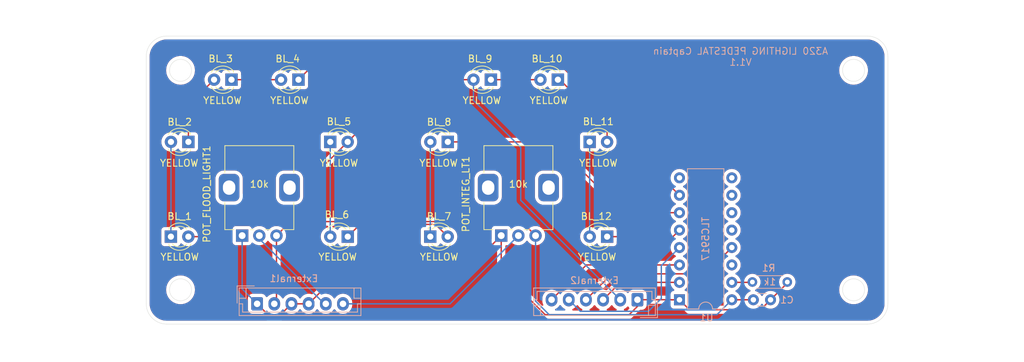
<source format=kicad_pcb>
(kicad_pcb (version 20240108) (generator "pcbnew") (generator_version "8.0")
  (title_block (title "A320 LIGHTING PEDESTAL Captain") (date "2024-11-18") (rev "V1.1") (company "S.K") (comment 1 "This panel could be connected to Radio Panel on Captain side"))
  (layers (0 "F.Cu" signal) (31 "B.Cu" signal) (34 "B.Paste" user) (35 "F.Paste" user) (36 "B.SilkS" user "B.Silkscreen") (37 "F.SilkS" user "F.Silkscreen") (38 "B.Mask" user) (39 "F.Mask" user) (44 "Edge.Cuts" user))
  (net 0 "")
  (net 1 "Net-(BL_1-K)")
  (net 2 "12V_IN")
  (net 3 "Net-(BL_2-K)")
  (net 4 "Net-(BL_11-K)")
  (net 5 "BACKLIGHT_1")
  (net 6 "BACKLIGHT_2")
  (net 7 "GND")
  (net 8 "POT_INTEG LIGHT")
  (net 9 "POT_FLOOD LIGHT")
  (net 10 "+5V")
  (net 11 "OSH_CLOCK")
  (net 12 "OSH_DOUT3")
  (net 13 "OSH_LATCH")
  (net 14 "OUT_BRT_BACK")
  (net 15 "Net-(U1-R-EXT)")
  (net 21 "Net-(BL_3-K)")
  (net 22 "Net-(BL_5-K)")
  (net 23 "Net-(BL_6-K)")
  (net 24 "Net-(BL_7-K)")
  (net 25 "Net-(BL_10-A)")
  (net 26 "Net-(BL_10-K)")
  (net 27 "BACKLIGHT_3")
  (footprint "LED_THT:LED_D3.0mm" (layer "F.Cu") (at 57.2422 54.8156 180)
    (property "Reference" "BL_2" (at 1.27 2.8956 0) (layer "F.SilkS"))
    (property "Value" "YELLOW" (at 1.3462 -3.0872 0) (layer "F.SilkS"))
    (fp_line (start -0.29 1.08) (end -0.29 1.236) (stroke (width 0.12)) (layer "F.SilkS"))
    (fp_line (start -0.29 -1.236) (end -0.29 -1.08) (stroke (width 0.12)) (layer "F.SilkS"))
    (fp_arc (start 2.941397 1.080061) (mid 1.365624 1.987701) (end -0.29 1.235516) (stroke (width 0.12)) (layer "F.SilkS"))
    (fp_arc (start 2.31091 1.080049) (mid 1.269965 1.5) (end 0.229039 1.08) (stroke (width 0.12)) (layer "F.SilkS"))
    (fp_arc (start 0.229039 -1.08) (mid 1.269965 -1.5) (end 2.31091 -1.080049) (stroke (width 0.12)) (layer "F.SilkS"))
    (fp_arc (start -0.29 -1.235516) (mid 1.365624 -1.987701) (end 2.941397 -1.080061) (stroke (width 0.12)) (layer "F.SilkS"))
    (pad "1" thru_hole rect (at 0 0 180) (size 1.8 1.8) (drill 0.9) (layers "*.Cu" "*.Mask") (net 3 "Net-(BL_2-K)"))
    (pad "2" thru_hole circle (at 2.54 0 180) (size 1.8 1.8) (drill 0.9) (layers "*.Cu" "*.Mask") (net 1 "Net-(BL_1-K)"))
  )
  (footprint "LED_THT:LED_D3.0mm" (layer "F.Cu") (at 111.0402 45.7478 180)
    (property "Reference" "BL_10" (at 1.5748 3.048 0) (layer "F.SilkS"))
    (property "Value" "YELLOW" (at 1.3208 -3.0226 0) (layer "F.SilkS"))
    (fp_line (start -0.29 1.08) (end -0.29 1.236) (stroke (width 0.12)) (layer "F.SilkS"))
    (fp_line (start -0.29 -1.236) (end -0.29 -1.08) (stroke (width 0.12)) (layer "F.SilkS"))
    (fp_arc (start 2.941397 1.080061) (mid 1.365624 1.987701) (end -0.29 1.235516) (stroke (width 0.12)) (layer "F.SilkS"))
    (fp_arc (start 2.31091 1.080049) (mid 1.269965 1.5) (end 0.229039 1.08) (stroke (width 0.12)) (layer "F.SilkS"))
    (fp_arc (start 0.229039 -1.08) (mid 1.269965 -1.5) (end 2.31091 -1.080049) (stroke (width 0.12)) (layer "F.SilkS"))
    (fp_arc (start -0.29 -1.235516) (mid 1.365624 -1.987701) (end 2.941397 -1.080061) (stroke (width 0.12)) (layer "F.SilkS"))
    (pad "1" thru_hole rect (at 0 0 180) (size 1.8 1.8) (drill 0.9) (layers "*.Cu" "*.Mask") (net 26 "Net-(BL_10-K)"))
    (pad "2" thru_hole circle (at 2.54 0 180) (size 1.8 1.8) (drill 0.9) (layers "*.Cu" "*.Mask") (net 25 "Net-(BL_10-A)"))
  )
  (footprint "Potentiometer_THT:Potentiometer_Alps_RK09K_Single_Vertical" (layer "F.Cu") (at 102.789 68.484 90)
    (property "Reference" "POT_INTEG_LT1" (at 6.05 -5.15 90) (layer "F.SilkS"))
    (property "Value" "10k" (at 7.5 2.5 180) (layer "F.SilkS"))
    (fp_line (start 13.12 -2.521) (end 13.12 7.52) (stroke (width 0.12)) (layer "F.SilkS"))
    (fp_line (start 9.184 -2.521) (end 13.12 -2.521) (stroke (width 0.12)) (layer "F.SilkS"))
    (fp_line (start 0.88 -2.521) (end 4.817 -2.521) (stroke (width 0.12)) (layer "F.SilkS"))
    (fp_line (start 0.88 -2.521) (end 0.88 -1.2) (stroke (width 0.12)) (layer "F.SilkS"))
    (fp_line (start 0.88 1.25) (end 0.88 1.63) (stroke (width 0.12)) (layer "F.SilkS"))
    (fp_line (start 0.88 3.371) (end 0.88 4.13) (stroke (width 0.12)) (layer "F.SilkS"))
    (fp_line (start 0.88 5.87) (end 0.88 7.52) (stroke (width 0.12)) (layer "F.SilkS"))
    (fp_line (start 9.184 7.52) (end 13.12 7.52) (stroke (width 0.12)) (layer "F.SilkS"))
    (fp_line (start 0.88 7.52) (end 4.817 7.52) (stroke (width 0.12)) (layer "F.SilkS"))
    (pad "1" thru_hole rect (at 0 0 90) (size 1.8 1.8) (drill 1) (layers "*.Cu" "*.Mask") (net 7 "GND"))
    (pad "2" thru_hole circle (at 0 2.5 90) (size 1.8 1.8) (drill 1) (layers "*.Cu" "*.Mask") (net 8 "POT_INTEG LIGHT"))
    (pad "3" thru_hole circle (at 0 5 90) (size 1.8 1.8) (drill 1) (layers "*.Cu" "*.Mask") (net 10 "+5V"))
    (pad "MP" thru_hole roundrect (at 7 -1.9 90) (size 4 3) (drill oval 2.1 1.8) (layers "*.Cu" "*.Mask"))
    (pad "MP" thru_hole roundrect (at 7 6.9 90) (size 4 3) (drill oval 2.1 1.8) (layers "*.Cu" "*.Mask"))
  )
  (footprint "LED_THT:LED_D3.0mm" (layer "F.Cu") (at 54.6922 68.6332)
    (property "Reference" "BL_1" (at 1.27 -2.96 0) (layer "F.SilkS"))
    (property "Value" "YELLOW" (at 1.28 2.96 0) (layer "F.SilkS"))
    (fp_line (start -0.29 -1.236) (end -0.29 -1.08) (stroke (width 0.12)) (layer "F.SilkS"))
    (fp_line (start -0.29 1.08) (end -0.29 1.236) (stroke (width 0.12)) (layer "F.SilkS"))
    (fp_arc (start -0.29 -1.235516) (mid 1.365624 -1.987701) (end 2.941397 -1.080061) (stroke (width 0.12)) (layer "F.SilkS"))
    (fp_arc (start 0.229039 -1.08) (mid 1.269965 -1.5) (end 2.31091 -1.080049) (stroke (width 0.12)) (layer "F.SilkS"))
    (fp_arc (start 2.31091 1.080049) (mid 1.269965 1.5) (end 0.229039 1.08) (stroke (width 0.12)) (layer "F.SilkS"))
    (fp_arc (start 2.941397 1.080061) (mid 1.365624 1.987701) (end -0.29 1.235516) (stroke (width 0.12)) (layer "F.SilkS"))
    (pad "1" thru_hole rect (at 0 0) (size 1.8 1.8) (drill 0.9) (layers "*.Cu" "*.Mask") (net 1 "Net-(BL_1-K)"))
    (pad "2" thru_hole circle (at 2.54 0) (size 1.8 1.8) (drill 0.9) (layers "*.Cu" "*.Mask") (net 2 "12V_IN"))
  )
  (footprint "LED_THT:LED_D3.0mm" (layer "F.Cu") (at 118.213 68.6332 180)
    (property "Reference" "BL_12" (at 1.5848 2.9602 0) (layer "F.SilkS"))
    (property "Value" "YELLOW" (at 1.4732 -2.96 0) (layer "F.SilkS"))
    (fp_line (start -0.29 1.08) (end -0.29 1.236) (stroke (width 0.12)) (layer "F.SilkS"))
    (fp_line (start -0.29 -1.236) (end -0.29 -1.08) (stroke (width 0.12)) (layer "F.SilkS"))
    (fp_arc (start 2.941397 1.080061) (mid 1.365624 1.987701) (end -0.29 1.235516) (stroke (width 0.12)) (layer "F.SilkS"))
    (fp_arc (start 2.31091 1.080049) (mid 1.269965 1.5) (end 0.229039 1.08) (stroke (width 0.12)) (layer "F.SilkS"))
    (fp_arc (start 0.229039 -1.08) (mid 1.269965 -1.5) (end 2.31091 -1.080049) (stroke (width 0.12)) (layer "F.SilkS"))
    (fp_arc (start -0.29 -1.235516) (mid 1.365624 -1.987701) (end 2.941397 -1.080061) (stroke (width 0.12)) (layer "F.SilkS"))
    (pad "1" thru_hole rect (at 0 0 180) (size 1.8 1.8) (drill 0.9) (layers "*.Cu" "*.Mask") (net 27 "BACKLIGHT_3"))
    (pad "2" thru_hole circle (at 2.54 0 180) (size 1.8 1.8) (drill 0.9) (layers "*.Cu" "*.Mask") (net 4 "Net-(BL_11-K)"))
  )
  (footprint "LED_THT:LED_D3.0mm" (layer "F.Cu") (at 73.2696 45.7478 180)
    (property "Reference" "BL_4" (at 1.5748 3.048 0) (layer "F.SilkS"))
    (property "Value" "YELLOW" (at 1.3208 -3.0226 0) (layer "F.SilkS"))
    (fp_line (start -0.29 1.08) (end -0.29 1.236) (stroke (width 0.12)) (layer "F.SilkS"))
    (fp_line (start -0.29 -1.236) (end -0.29 -1.08) (stroke (width 0.12)) (layer "F.SilkS"))
    (fp_arc (start 2.941397 1.080061) (mid 1.365624 1.987701) (end -0.29 1.235516) (stroke (width 0.12)) (layer "F.SilkS"))
    (fp_arc (start 2.31091 1.080049) (mid 1.269965 1.5) (end 0.229039 1.08) (stroke (width 0.12)) (layer "F.SilkS"))
    (fp_arc (start 0.229039 -1.08) (mid 1.269965 -1.5) (end 2.31091 -1.080049) (stroke (width 0.12)) (layer "F.SilkS"))
    (fp_arc (start -0.29 -1.235516) (mid 1.365624 -1.987701) (end 2.941397 -1.080061) (stroke (width 0.12)) (layer "F.SilkS"))
    (pad "1" thru_hole rect (at 0 0 180) (size 1.8 1.8) (drill 0.9) (layers "*.Cu" "*.Mask") (net 5 "BACKLIGHT_1"))
    (pad "2" thru_hole circle (at 2.54 0 180) (size 1.8 1.8) (drill 0.9) (layers "*.Cu" "*.Mask") (net 21 "Net-(BL_3-K)"))
  )
  (footprint "Potentiometer_THT:Potentiometer_Alps_RK09K_Single_Vertical" (layer "F.Cu") (at 65.0673 68.484 90)
    (property "Reference" "POT_FLOOD_LIGHT1" (at 6.05 -5.15 90) (layer "F.SilkS"))
    (property "Value" "10k" (at 7.5 2.5 180) (layer "F.SilkS"))
    (fp_line (start 13.12 -2.521) (end 13.12 7.52) (stroke (width 0.12)) (layer "F.SilkS"))
    (fp_line (start 9.184 -2.521) (end 13.12 -2.521) (stroke (width 0.12)) (layer "F.SilkS"))
    (fp_line (start 0.88 -2.521) (end 4.817 -2.521) (stroke (width 0.12)) (layer "F.SilkS"))
    (fp_line (start 0.88 -2.521) (end 0.88 -1.2) (stroke (width 0.12)) (layer "F.SilkS"))
    (fp_line (start 0.88 1.25) (end 0.88 1.63) (stroke (width 0.12)) (layer "F.SilkS"))
    (fp_line (start 0.88 3.371) (end 0.88 4.13) (stroke (width 0.12)) (layer "F.SilkS"))
    (fp_line (start 0.88 5.87) (end 0.88 7.52) (stroke (width 0.12)) (layer "F.SilkS"))
    (fp_line (start 9.184 7.52) (end 13.12 7.52) (stroke (width 0.12)) (layer "F.SilkS"))
    (fp_line (start 0.88 7.52) (end 4.817 7.52) (stroke (width 0.12)) (layer "F.SilkS"))
    (pad "1" thru_hole rect (at 0 0 90) (size 1.8 1.8) (drill 1) (layers "*.Cu" "*.Mask") (net 7 "GND"))
    (pad "2" thru_hole circle (at 0 2.5 90) (size 1.8 1.8) (drill 1) (layers "*.Cu" "*.Mask") (net 9 "POT_FLOOD LIGHT"))
    (pad "3" thru_hole circle (at 0 5 90) (size 1.8 1.8) (drill 1) (layers "*.Cu" "*.Mask") (net 10 "+5V"))
    (pad "MP" thru_hole roundrect (at 7 -1.9 90) (size 4 3) (drill oval 2.1 1.8) (layers "*.Cu" "*.Mask"))
    (pad "MP" thru_hole roundrect (at 7 6.9 90) (size 4 3) (drill oval 2.1 1.8) (layers "*.Cu" "*.Mask"))
  )
  (footprint "LED_THT:LED_D3.0mm" (layer "F.Cu") (at 92.4628 68.6332)
    (property "Reference" "BL_7" (at 1.27 -2.96 0) (layer "F.SilkS"))
    (property "Value" "YELLOW" (at 1.28 2.96 0) (layer "F.SilkS"))
    (fp_line (start -0.29 -1.236) (end -0.29 -1.08) (stroke (width 0.12)) (layer "F.SilkS"))
    (fp_line (start -0.29 1.08) (end -0.29 1.236) (stroke (width 0.12)) (layer "F.SilkS"))
    (fp_arc (start -0.29 -1.235516) (mid 1.365624 -1.987701) (end 2.941397 -1.080061) (stroke (width 0.12)) (layer "F.SilkS"))
    (fp_arc (start 0.229039 -1.08) (mid 1.269965 -1.5) (end 2.31091 -1.080049) (stroke (width 0.12)) (layer "F.SilkS"))
    (fp_arc (start 2.31091 1.080049) (mid 1.269965 1.5) (end 0.229039 1.08) (stroke (width 0.12)) (layer "F.SilkS"))
    (fp_arc (start 2.941397 1.080061) (mid 1.365624 1.987701) (end -0.29 1.235516) (stroke (width 0.12)) (layer "F.SilkS"))
    (pad "1" thru_hole rect (at 0 0) (size 1.8 1.8) (drill 0.9) (layers "*.Cu" "*.Mask") (net 24 "Net-(BL_7-K)"))
    (pad "2" thru_hole circle (at 2.54 0) (size 1.8 1.8) (drill 0.9) (layers "*.Cu" "*.Mask") (net 23 "Net-(BL_6-K)"))
  )
  (footprint "LED_THT:LED_D3.0mm" (layer "F.Cu") (at 115.663 54.8156)
    (property "Reference" "BL_11" (at 1.27 -2.96 0) (layer "F.SilkS"))
    (property "Value" "YELLOW" (at 1.27 3.0872 0) (layer "F.SilkS"))
    (fp_line (start -0.29 -1.236) (end -0.29 -1.08) (stroke (width 0.12)) (layer "F.SilkS"))
    (fp_line (start -0.29 1.08) (end -0.29 1.236) (stroke (width 0.12)) (layer "F.SilkS"))
    (fp_arc (start -0.29 -1.235516) (mid 1.365624 -1.987701) (end 2.941397 -1.080061) (stroke (width 0.12)) (layer "F.SilkS"))
    (fp_arc (start 0.229039 -1.08) (mid 1.269965 -1.5) (end 2.31091 -1.080049) (stroke (width 0.12)) (layer "F.SilkS"))
    (fp_arc (start 2.31091 1.080049) (mid 1.269965 1.5) (end 0.229039 1.08) (stroke (width 0.12)) (layer "F.SilkS"))
    (fp_arc (start 2.941397 1.080061) (mid 1.365624 1.987701) (end -0.29 1.235516) (stroke (width 0.12)) (layer "F.SilkS"))
    (pad "1" thru_hole rect (at 0 0) (size 1.8 1.8) (drill 0.9) (layers "*.Cu" "*.Mask") (net 4 "Net-(BL_11-K)"))
    (pad "2" thru_hole circle (at 2.54 0) (size 1.8 1.8) (drill 0.9) (layers "*.Cu" "*.Mask") (net 26 "Net-(BL_10-K)"))
  )
  (footprint "LED_THT:LED_D3.0mm" (layer "F.Cu") (at 80.4424 68.6332 180)
    (property "Reference" "BL_6" (at 1.5748 3.2004 0) (layer "F.SilkS"))
    (property "Value" "YELLOW" (at 1.4732 -2.96 0) (layer "F.SilkS"))
    (fp_line (start -0.29 1.08) (end -0.29 1.236) (stroke (width 0.12)) (layer "F.SilkS"))
    (fp_line (start -0.29 -1.236) (end -0.29 -1.08) (stroke (width 0.12)) (layer "F.SilkS"))
    (fp_arc (start 2.941397 1.080061) (mid 1.365624 1.987701) (end -0.29 1.235516) (stroke (width 0.12)) (layer "F.SilkS"))
    (fp_arc (start 2.31091 1.080049) (mid 1.269965 1.5) (end 0.229039 1.08) (stroke (width 0.12)) (layer "F.SilkS"))
    (fp_arc (start 0.229039 -1.08) (mid 1.269965 -1.5) (end 2.31091 -1.080049) (stroke (width 0.12)) (layer "F.SilkS"))
    (fp_arc (start -0.29 -1.235516) (mid 1.365624 -1.987701) (end 2.941397 -1.080061) (stroke (width 0.12)) (layer "F.SilkS"))
    (pad "1" thru_hole rect (at 0 0 180) (size 1.8 1.8) (drill 0.9) (layers "*.Cu" "*.Mask") (net 23 "Net-(BL_6-K)"))
    (pad "2" thru_hole circle (at 2.54 0 180) (size 1.8 1.8) (drill 0.9) (layers "*.Cu" "*.Mask") (net 22 "Net-(BL_5-K)"))
  )
  (footprint "LED_THT:LED_D3.0mm" (layer "F.Cu") (at 63.516 45.7478 180)
    (property "Reference" "BL_3" (at 1.5748 3.048 0) (layer "F.SilkS"))
    (property "Value" "YELLOW" (at 1.3208 -3.0226 0) (layer "F.SilkS"))
    (fp_line (start -0.29 1.08) (end -0.29 1.236) (stroke (width 0.12)) (layer "F.SilkS"))
    (fp_line (start -0.29 -1.236) (end -0.29 -1.08) (stroke (width 0.12)) (layer "F.SilkS"))
    (fp_arc (start 2.941397 1.080061) (mid 1.365624 1.987701) (end -0.29 1.235516) (stroke (width 0.12)) (layer "F.SilkS"))
    (fp_arc (start 2.31091 1.080049) (mid 1.269965 1.5) (end 0.229039 1.08) (stroke (width 0.12)) (layer "F.SilkS"))
    (fp_arc (start 0.229039 -1.08) (mid 1.269965 -1.5) (end 2.31091 -1.080049) (stroke (width 0.12)) (layer "F.SilkS"))
    (fp_arc (start -0.29 -1.235516) (mid 1.365624 -1.987701) (end 2.941397 -1.080061) (stroke (width 0.12)) (layer "F.SilkS"))
    (pad "1" thru_hole rect (at 0 0 180) (size 1.8 1.8) (drill 0.9) (layers "*.Cu" "*.Mask") (net 21 "Net-(BL_3-K)"))
    (pad "2" thru_hole circle (at 2.54 0 180) (size 1.8 1.8) (drill 0.9) (layers "*.Cu" "*.Mask") (net 3 "Net-(BL_2-K)"))
  )
  (footprint "LED_THT:LED_D3.0mm" (layer "F.Cu") (at 101.2866 45.7478 180)
    (property "Reference" "BL_9" (at 1.5748 3.048 0) (layer "F.SilkS"))
    (property "Value" "YELLOW" (at 1.3208 -3.0226 0) (layer "F.SilkS"))
    (fp_line (start -0.29 1.08) (end -0.29 1.236) (stroke (width 0.12)) (layer "F.SilkS"))
    (fp_line (start -0.29 -1.236) (end -0.29 -1.08) (stroke (width 0.12)) (layer "F.SilkS"))
    (fp_arc (start 2.941397 1.080061) (mid 1.365624 1.987701) (end -0.29 1.235516) (stroke (width 0.12)) (layer "F.SilkS"))
    (fp_arc (start 2.31091 1.080049) (mid 1.269965 1.5) (end 0.229039 1.08) (stroke (width 0.12)) (layer "F.SilkS"))
    (fp_arc (start 0.229039 -1.08) (mid 1.269965 -1.5) (end 2.31091 -1.080049) (stroke (width 0.12)) (layer "F.SilkS"))
    (fp_arc (start -0.29 -1.235516) (mid 1.365624 -1.987701) (end 2.941397 -1.080061) (stroke (width 0.12)) (layer "F.SilkS"))
    (pad "1" thru_hole rect (at 0 0 180) (size 1.8 1.8) (drill 0.9) (layers "*.Cu" "*.Mask") (net 25 "Net-(BL_10-A)"))
    (pad "2" thru_hole circle (at 2.54 0 180) (size 1.8 1.8) (drill 0.9) (layers "*.Cu" "*.Mask") (net 2 "12V_IN"))
  )
  (footprint "LED_THT:LED_D3.0mm" (layer "F.Cu") (at 77.8924 54.8156)
    (property "Reference" "BL_5" (at 1.27 -2.96 0) (layer "F.SilkS"))
    (property "Value" "YELLOW" (at 1.27 3.0872 0) (layer "F.SilkS"))
    (fp_line (start -0.29 -1.236) (end -0.29 -1.08) (stroke (width 0.12)) (layer "F.SilkS"))
    (fp_line (start -0.29 1.08) (end -0.29 1.236) (stroke (width 0.12)) (layer "F.SilkS"))
    (fp_arc (start -0.29 -1.235516) (mid 1.365624 -1.987701) (end 2.941397 -1.080061) (stroke (width 0.12)) (layer "F.SilkS"))
    (fp_arc (start 0.229039 -1.08) (mid 1.269965 -1.5) (end 2.31091 -1.080049) (stroke (width 0.12)) (layer "F.SilkS"))
    (fp_arc (start 2.31091 1.080049) (mid 1.269965 1.5) (end 0.229039 1.08) (stroke (width 0.12)) (layer "F.SilkS"))
    (fp_arc (start 2.941397 1.080061) (mid 1.365624 1.987701) (end -0.29 1.235516) (stroke (width 0.12)) (layer "F.SilkS"))
    (pad "1" thru_hole rect (at 0 0) (size 1.8 1.8) (drill 0.9) (layers "*.Cu" "*.Mask") (net 22 "Net-(BL_5-K)"))
    (pad "2" thru_hole circle (at 2.54 0) (size 1.8 1.8) (drill 0.9) (layers "*.Cu" "*.Mask") (net 2 "12V_IN"))
  )
  (footprint "LED_THT:LED_D3.0mm" (layer "F.Cu") (at 95.0128 54.8156 180)
    (property "Reference" "BL_8" (at 1.27 2.8956 0) (layer "F.SilkS"))
    (property "Value" "YELLOW" (at 1.3462 -3.0872 0) (layer "F.SilkS"))
    (fp_line (start -0.29 1.08) (end -0.29 1.236) (stroke (width 0.12)) (layer "F.SilkS"))
    (fp_line (start -0.29 -1.236) (end -0.29 -1.08) (stroke (width 0.12)) (layer "F.SilkS"))
    (fp_arc (start 2.941397 1.080061) (mid 1.365624 1.987701) (end -0.29 1.235516) (stroke (width 0.12)) (layer "F.SilkS"))
    (fp_arc (start 2.31091 1.080049) (mid 1.269965 1.5) (end 0.229039 1.08) (stroke (width 0.12)) (layer "F.SilkS"))
    (fp_arc (start 0.229039 -1.08) (mid 1.269965 -1.5) (end 2.31091 -1.080049) (stroke (width 0.12)) (layer "F.SilkS"))
    (fp_arc (start -0.29 -1.235516) (mid 1.365624 -1.987701) (end 2.941397 -1.080061) (stroke (width 0.12)) (layer "F.SilkS"))
    (pad "1" thru_hole rect (at 0 0 180) (size 1.8 1.8) (drill 0.9) (layers "*.Cu" "*.Mask") (net 6 "BACKLIGHT_2"))
    (pad "2" thru_hole circle (at 2.54 0 180) (size 1.8 1.8) (drill 0.9) (layers "*.Cu" "*.Mask") (net 24 "Net-(BL_7-K)"))
  )
  (footprint "Package_DIP:DIP-16_W7.62mm" (layer "B.Cu") (at 128.744 77.8396)
    (property "Reference" "U1" (at 3.937 2.6162 0) (layer "B.SilkS") (effects (justify mirror)))
    (property "Value" "TLC5917" (at 3.8 -8.875 90) (layer "B.SilkS") (effects (justify mirror)))
    (fp_line (start 1.16 -19.11) (end 1.16 1.33) (stroke (width 0.12)) (layer "B.SilkS"))
    (fp_line (start 1.16 1.33) (end 2.81 1.33) (stroke (width 0.12)) (layer "B.SilkS"))
    (fp_line (start 4.81 1.33) (end 6.46 1.33) (stroke (width 0.12)) (layer "B.SilkS"))
    (fp_line (start 6.46 -19.11) (end 1.16 -19.11) (stroke (width 0.12)) (layer "B.SilkS"))
    (fp_line (start 6.46 1.33) (end 6.46 -19.11) (stroke (width 0.12)) (layer "B.SilkS"))
    (fp_arc (start 2.81 1.33) (mid 3.81 0.33) (end 4.81 1.33) (stroke (width 0.12)) (layer "B.SilkS"))
    (pad "1" thru_hole rect (at 0 0) (size 1.6 1.6) (drill 0.8) (layers "*.Cu" "*.Mask") (net 7 "GND"))
    (pad "2" thru_hole oval (at 0 -2.54) (size 1.6 1.6) (drill 0.8) (layers "*.Cu" "*.Mask") (net 12 "OSH_DOUT3"))
    (pad "3" thru_hole oval (at 0 -5.08) (size 1.6 1.6) (drill 0.8) (layers "*.Cu" "*.Mask") (net 11 "OSH_CLOCK"))
    (pad "4" thru_hole oval (at 0 -7.62) (size 1.6 1.6) (drill 0.8) (layers "*.Cu" "*.Mask") (net 13 "OSH_LATCH"))
    (pad "5" thru_hole oval (at 0 -10.16) (size 1.6 1.6) (drill 0.8) (layers "*.Cu" "*.Mask") (net 27 "BACKLIGHT_3"))
    (pad "6" thru_hole oval (at 0 -12.7) (size 1.6 1.6) (drill 0.8) (layers "*.Cu" "*.Mask") (net 6 "BACKLIGHT_2"))
    (pad "7" thru_hole oval (at 0 -15.24) (size 1.6 1.6) (drill 0.8) (layers "*.Cu" "*.Mask") (net 5 "BACKLIGHT_1"))
    (pad "8" thru_hole oval (at 0 -17.78) (size 1.6 1.6) (drill 0.8) (layers "*.Cu" "*.Mask"))
    (pad "9" thru_hole oval (at 7.62 -17.78) (size 1.6 1.6) (drill 0.8) (layers "*.Cu" "*.Mask"))
    (pad "10" thru_hole oval (at 7.62 -15.24) (size 1.6 1.6) (drill 0.8) (layers "*.Cu" "*.Mask"))
    (pad "11" thru_hole oval (at 7.62 -12.7) (size 1.6 1.6) (drill 0.8) (layers "*.Cu" "*.Mask"))
    (pad "12" thru_hole oval (at 7.62 -10.16) (size 1.6 1.6) (drill 0.8) (layers "*.Cu" "*.Mask"))
    (pad "13" thru_hole oval (at 7.62 -7.62) (size 1.6 1.6) (drill 0.8) (layers "*.Cu" "*.Mask") (net 14 "OUT_BRT_BACK"))
    (pad "14" thru_hole oval (at 7.62 -5.08) (size 1.6 1.6) (drill 0.8) (layers "*.Cu" "*.Mask"))
    (pad "15" thru_hole oval (at 7.62 -2.54) (size 1.6 1.6) (drill 0.8) (layers "*.Cu" "*.Mask") (net 15 "Net-(U1-R-EXT)"))
    (pad "16" thru_hole oval (at 7.62 0) (size 1.6 1.6) (drill 0.8) (layers "*.Cu" "*.Mask") (net 10 "+5V"))
  )
  (footprint "Connector_JST:JST_EH_B6B-EH-A_1x06_P2.50mm_Vertical" (layer "B.Cu") (at 122.6226 77.828 180)
    (property "Reference" "External2" (at 6.25 2.8 0) (layer "B.SilkS") (effects (justify mirror)))
    (property "Value" "Pin Header 1x06" (hide yes))
    (fp_line (start 15.11 1.71) (end 15.11 -2.31) (stroke (width 0.12)) (layer "B.SilkS"))
    (fp_line (start 15.11 0) (end 14.61 0) (stroke (width 0.12)) (layer "B.SilkS"))
    (fp_line (start 15.11 -2.31) (end -2.61 -2.31) (stroke (width 0.12)) (layer "B.SilkS"))
    (fp_line (start 14.61 1.21) (end -2.11 1.21) (stroke (width 0.12)) (layer "B.SilkS"))
    (fp_line (start 14.61 0) (end 14.61 1.21) (stroke (width 0.12)) (layer "B.SilkS"))
    (fp_line (start 14.11 -0.81) (end 15.11 -0.81) (stroke (width 0.12)) (layer "B.SilkS"))
    (fp_line (start 14.11 -2.31) (end 14.11 -0.81) (stroke (width 0.12)) (layer "B.SilkS"))
    (fp_line (start -0.41 -2.61) (end -2.91 -2.61) (stroke (width 0.12)) (layer "B.SilkS"))
    (fp_line (start -1.61 -0.81) (end -2.61 -0.81) (stroke (width 0.12)) (layer "B.SilkS"))
    (fp_line (start -1.61 -2.31) (end -1.61 -0.81) (stroke (width 0.12)) (layer "B.SilkS"))
    (fp_line (start -2.11 1.21) (end -2.11 0) (stroke (width 0.12)) (layer "B.SilkS"))
    (fp_line (start -2.11 0) (end -2.61 0) (stroke (width 0.12)) (layer "B.SilkS"))
    (fp_line (start -2.61 1.71) (end 15.11 1.71) (stroke (width 0.12)) (layer "B.SilkS"))
    (fp_line (start -2.61 -2.31) (end -2.61 1.71) (stroke (width 0.12)) (layer "B.SilkS"))
    (fp_line (start -2.91 -2.61) (end -2.91 -0.11) (stroke (width 0.12)) (layer "B.SilkS"))
    (pad "1" thru_hole roundrect (at 0 0 180) (size 1.7 1.95) (drill 0.95) (layers "*.Cu" "*.Mask") (roundrect_rratio 0.147059) (net 7 "GND"))
    (pad "2" thru_hole oval (at 2.5 0 180) (size 1.7 1.95) (drill 0.95) (layers "*.Cu" "*.Mask") (net 2 "12V_IN"))
    (pad "3" thru_hole oval (at 5 0 180) (size 1.7 1.95) (drill 0.95) (layers "*.Cu" "*.Mask") (net 12 "OSH_DOUT3"))
    (pad "4" thru_hole oval (at 7.5 0 180) (size 1.7 1.95) (drill 0.95) (layers "*.Cu" "*.Mask") (net 14 "OUT_BRT_BACK"))
    (pad "5" thru_hole oval (at 10 0 180) (size 1.7 1.95) (drill 0.95) (layers "*.Cu" "*.Mask") (net 13 "OSH_LATCH"))
    (pad "6" thru_hole oval (at 12.5 0 180) (size 1.7 1.95) (drill 0.95) (layers "*.Cu" "*.Mask") (net 11 "OSH_CLOCK"))
  )
  (footprint "Capacitor_THT:C_Disc_D3.0mm_W1.6mm_P2.50mm" (layer "B.Cu") (at 139.5028 77.8396)
    (property "Reference" "C1" (at 4.8876 0.0254 0) (layer "B.SilkS") (effects (justify mirror)))
    (property "Value" "0.1uF Ceramic" (hide yes))
    (fp_line (start 1.879 -0.92) (end 0.621 -0.92) (stroke (width 0.12)) (layer "B.SilkS"))
    (fp_line (start 1.879 0.92) (end 0.621 0.92) (stroke (width 0.12)) (layer "B.SilkS"))
    (pad "1" thru_hole circle (at 0 0) (size 1.6 1.6) (drill 0.8) (layers "*.Cu" "*.Mask") (net 10 "+5V"))
    (pad "2" thru_hole circle (at 2.5 0) (size 1.6 1.6) (drill 0.8) (layers "*.Cu" "*.Mask") (net 7 "GND"))
  )
  (footprint "Resistor_THT:R_Axial_DIN0204_L3.6mm_D1.6mm_P5.08mm_Horizontal" (layer "B.Cu") (at 139.3612 75.2488)
    (property "Reference" "R1" (at 2.3622 -2.032 0) (layer "B.SilkS") (effects (justify mirror)))
    (property "Value" "1k" (at 2.54 -0.0254 0) (layer "B.SilkS") (effects (justify mirror)))
    (fp_line (start 4.46 -0.92) (end 0.62 -0.92) (stroke (width 0.12)) (layer "B.SilkS"))
    (fp_line (start 4.46 0.92) (end 0.62 0.92) (stroke (width 0.12)) (layer "B.SilkS"))
    (pad "1" thru_hole circle (at 0 0) (size 1.4 1.4) (drill 0.7) (layers "*.Cu" "*.Mask") (net 15 "Net-(U1-R-EXT)"))
    (pad "2" thru_hole oval (at 5.08 0) (size 1.4 1.4) (drill 0.7) (layers "*.Cu" "*.Mask") (net 7 "GND"))
  )
  (footprint "Connector_JST:JST_EH_B6B-EH-A_1x06_P2.50mm_Vertical" (layer "B.Cu") (at 67.2474 78.428)
    (property "Reference" "External1" (at 5.3372 -3.683 0) (layer "B.SilkS") (effects (justify mirror)))
    (property "Value" "Pin Header 1x06" (hide yes))
    (fp_line (start -2.91 -2.61) (end -2.91 -0.11) (stroke (width 0.12)) (layer "B.SilkS"))
    (fp_line (start -2.61 -2.31) (end -2.61 1.71) (stroke (width 0.12)) (layer "B.SilkS"))
    (fp_line (start -2.61 1.71) (end 15.11 1.71) (stroke (width 0.12)) (layer "B.SilkS"))
    (fp_line (start -2.11 0) (end -2.61 0) (stroke (width 0.12)) (layer "B.SilkS"))
    (fp_line (start -2.11 1.21) (end -2.11 0) (stroke (width 0.12)) (layer "B.SilkS"))
    (fp_line (start -1.61 -2.31) (end -1.61 -0.81) (stroke (width 0.12)) (layer "B.SilkS"))
    (fp_line (start -1.61 -0.81) (end -2.61 -0.81) (stroke (width 0.12)) (layer "B.SilkS"))
    (fp_line (start -0.41 -2.61) (end -2.91 -2.61) (stroke (width 0.12)) (layer "B.SilkS"))
    (fp_line (start 14.11 -2.31) (end 14.11 -0.81) (stroke (width 0.12)) (layer "B.SilkS"))
    (fp_line (start 14.11 -0.81) (end 15.11 -0.81) (stroke (width 0.12)) (layer "B.SilkS"))
    (fp_line (start 14.61 0) (end 14.61 1.21) (stroke (width 0.12)) (layer "B.SilkS"))
    (fp_line (start 14.61 1.21) (end -2.11 1.21) (stroke (width 0.12)) (layer "B.SilkS"))
    (fp_line (start 15.11 -2.31) (end -2.61 -2.31) (stroke (width 0.12)) (layer "B.SilkS"))
    (fp_line (start 15.11 0) (end 14.61 0) (stroke (width 0.12)) (layer "B.SilkS"))
    (fp_line (start 15.11 1.71) (end 15.11 -2.31) (stroke (width 0.12)) (layer "B.SilkS"))
    (pad "1" thru_hole roundrect (at 0 0) (size 1.7 1.95) (drill 0.95) (layers "*.Cu" "*.Mask") (roundrect_rratio 0.147059) (net 7 "GND"))
    (pad "2" thru_hole oval (at 2.5 0) (size 1.7 1.95) (drill 0.95) (layers "*.Cu" "*.Mask") (net 10 "+5V"))
    (pad "3" thru_hole oval (at 5 0) (size 1.7 1.95) (drill 0.95) (layers "*.Cu" "*.Mask") (net 7 "GND"))
    (pad "4" thru_hole oval (at 7.5 0) (size 1.7 1.95) (drill 0.95) (layers "*.Cu" "*.Mask") (net 7 "GND"))
    (pad "5" thru_hole oval (at 10 0) (size 1.7 1.95) (drill 0.95) (layers "*.Cu" "*.Mask") (net 9 "POT_FLOOD LIGHT"))
    (pad "6" thru_hole oval (at 12.5 0) (size 1.7 1.95) (drill 0.95) (layers "*.Cu" "*.Mask") (net 8 "POT_INTEG LIGHT"))
  )
  (gr_line (start 51.0962 78.384) (end 51.0962 42.384) (stroke (width 0.05)) (layer "Edge.Cuts"))
  (gr_circle (center 154.0962 76.384) (end 155.6962 76.384) (stroke (width 0.05)) (fill none) (layer "Edge.Cuts"))
  (gr_circle (center 56.0962 44.384) (end 57.6962 44.384) (stroke (width 0.05)) (fill none) (layer "Edge.Cuts"))
  (gr_arc (start 54.0962 81.384) (mid 51.97488 80.50532) (end 51.0962 78.384) (stroke (width 0.05)) (layer "Edge.Cuts"))
  (gr_arc (start 156.0962 39.384) (mid 158.21752 40.26268) (end 159.0962 42.384) (stroke (width 0.05)) (layer "Edge.Cuts"))
  (gr_line (start 156.0962 81.384) (end 54.0962 81.384) (stroke (width 0.05)) (layer "Edge.Cuts"))
  (gr_arc (start 51.0962 42.384) (mid 51.97488 40.26268) (end 54.0962 39.384) (stroke (width 0.05)) (layer "Edge.Cuts"))
  (gr_line (start 54.0962 39.384) (end 156.0962 39.384) (stroke (width 0.05)) (layer "Edge.Cuts"))
  (gr_circle (center 154.0962 44.384) (end 155.6962 44.384) (stroke (width 0.05)) (fill none) (layer "Edge.Cuts"))
  (gr_arc (start 159.0962 78.384) (mid 158.21752 80.50532) (end 156.0962 81.384) (stroke (width 0.05)) (layer "Edge.Cuts"))
  (gr_line (start 159.0962 42.384) (end 159.0962 78.384) (stroke (width 0.05)) (layer "Edge.Cuts"))
  (gr_circle (center 56.0962 76.384) (end 57.6962 76.384) (stroke (width 0.05)) (fill none) (layer "Edge.Cuts"))
  (gr_text "${TITLE}\n${REVISION}" (at 137.634 43.7782 0) (layer "B.SilkS") (effects (font (size 1 1) (thickness 0.125)) (justify bottom mirror)))
  (segment (start 54.6922 68.6332) (end 54.6922 67.4331) (width 0.2) (layer "B.Cu") (net 1))
  (segment (start 54.6922 67.4331) (end 54.7022 67.4231) (width 0.2) (layer "B.Cu") (net 1))
  (segment (start 54.7022 67.4231) (end 54.7022 54.8156) (width 0.2) (layer "B.Cu") (net 1))
  (segment (start 89.5002 45.7478) (end 98.7466 45.7478) (width 0.2) (layer "F.Cu") (net 2))
  (segment (start 60.0232 68.6332) (end 70.7664 57.89) (width 0.2) (layer "F.Cu") (net 2))
  (segment (start 77.358 57.89) (end 80.4324 54.8156) (width 0.2) (layer "F.Cu") (net 2))
  (segment (start 80.4324 54.8156) (end 89.5002 45.7478) (width 0.2) (layer "F.Cu") (net 2))
  (segment (start 70.7664 57.89) (end 77.358 57.89) (width 0.2) (layer "F.Cu") (net 2))
  (segment (start 57.2322 68.6332) (end 60.0232 68.6332) (width 0.2) (layer "F.Cu") (net 2))
  (segment (start 105.63 55.64) (end 105.63 63.3354) (width 0.2) (layer "B.Cu") (net 2))
  (segment (start 98.7466 45.7478) (end 98.7466 48.7566) (width 0.2) (layer "B.Cu") (net 2))
  (segment (start 98.7466 48.7566) (end 105.63 55.64) (width 0.2) (layer "B.Cu") (net 2))
  (segment (start 105.63 63.3354) (end 120.1226 77.828) (width 0.2) (layer "B.Cu") (net 2))
  (segment (start 57.2422 49.4816) (end 60.976 45.7478) (width 0.2) (layer "F.Cu") (net 3))
  (segment (start 57.2422 54.8156) (end 57.2422 49.4816) (width 0.2) (layer "F.Cu") (net 3))
  (segment (start 115.663 54.8156) (end 115.663 68.6232) (width 0.2) (layer "B.Cu") (net 4))
  (segment (start 112.9 45.1092) (end 111.95 44.1592) (width 0.2) (layer "F.Cu") (net 5))
  (segment (start 112.9 46.7556) (end 112.9 45.1092) (width 0.2) (layer "F.Cu") (net 5))
  (segment (start 73.2696 45.7478) (end 74.8582 44.1592) (width 0.2) (layer "F.Cu") (net 5))
  (segment (start 128.744 62.5996) (end 112.9 46.7556) (width 0.2) (layer "F.Cu") (net 5))
  (segment (start 74.8582 44.1592) (end 111.95 44.1592) (width 0.2) (layer "F.Cu") (net 5))
  (segment (start 110.3428 54.8156) (end 95.0128 54.8156) (width 0.2) (layer "F.Cu") (net 6))
  (segment (start 128.744 65.1396) (end 120.6668 65.1396) (width 0.2) (layer "F.Cu") (net 6))
  (segment (start 120.6668 65.1396) (end 110.3428 54.8156) (width 0.2) (layer "F.Cu") (net 6))
  (segment (start 122.6226 78.803) (end 122.6226 77.828) (width 0.2) (layer "F.Cu") (net 7))
  (segment (start 121.4162 80.0094) (end 122.6226 78.803) (width 0.2) (layer "F.Cu") (net 7))
  (segment (start 128.744 77.8396) (end 127.6439 77.8396) (width 0.2) (layer "F.Cu") (net 7))
  (segment (start 102.789 73.6162) (end 109.1822 80.0094) (width 0.2) (layer "F.Cu") (net 7))
  (segment (start 74.7474 78.428) (end 81.9954 71.18) (width 0.2) (layer "F.Cu") (net 7))
  (segment (start 67.2474 78.428) (end 68.9194 80.1) (width 0.2) (layer "F.Cu") (net 7))
  (segment (start 100.093 71.18) (end 102.789 68.484) (width 0.2) (layer "F.Cu") (net 7))
  (segment (start 68.9194 80.1) (end 70.5754 80.1) (width 0.2) (layer "F.Cu") (net 7))
  (segment (start 81.9954 71.18) (end 100.093 71.18) (width 0.2) (layer "F.Cu") (net 7))
  (segment (start 142.0028 77.8396) (end 144.4412 75.4012) (width 0.2) (layer "F.Cu") (net 7))
  (segment (start 127.6323 77.828) (end 127.6439 77.8396) (width 0.2) (layer "F.Cu") (net 7))
  (segment (start 128.744 77.8396) (end 130.1918 79.2874) (width 0.2) (layer "F.Cu") (net 7))
  (segment (start 109.1822 80.0094) (end 121.4162 80.0094) (width 0.2) (layer "F.Cu") (net 7))
  (segment (start 70.5754 80.1) (end 72.2474 78.428) (width 0.2) (layer "F.Cu") (net 7))
  (segment (start 122.6226 77.828) (end 127.6323 77.828) (width 0.2) (layer "F.Cu") (net 7))
  (segment (start 72.2474 78.428) (end 74.7474 78.428) (width 0.2) (layer "F.Cu") (net 7))
  (segment (start 130.1918 79.2874) (end 140.555 79.2874) (width 0.2) (layer "F.Cu") (net 7))
  (segment (start 102.789 68.484) (end 102.789 73.6162) (width 0.2) (layer "F.Cu") (net 7))
  (segment (start 140.555 79.2874) (end 142.0028 77.8396) (width 0.2) (layer "F.Cu") (net 7))
  (segment (start 65.0673 76.2479) (end 67.2474 78.428) (width 0.2) (layer "B.Cu") (net 7))
  (segment (start 65.0673 68.484) (end 65.0673 76.2479) (width 0.2) (layer "B.Cu") (net 7))
  (segment (start 79.7474 78.428) (end 95.345 78.428) (width 0.2) (layer "B.Cu") (net 8))
  (segment (start 95.345 78.428) (end 105.289 68.484) (width 0.2) (layer "B.Cu") (net 8))
  (segment (start 77.0402 78.428) (end 67.0962 68.484) (width 0.2) (layer "B.Cu") (net 9))
  (segment (start 70.0673 68.484) (end 72.1099 66.4414) (width 0.2) (layer "F.Cu") (net 10))
  (segment (start 72.1099 66.4414) (end 105.7464 66.4414) (width 0.2) (layer "F.Cu") (net 10))
  (segment (start 70.0673 68.484) (end 70.0673 78.1081) (width 0.2) (layer "F.Cu") (net 10))
  (segment (start 139.5028 77.8396) (end 136.364 77.8396) (width 0.2) (layer "F.Cu") (net 10))
  (segment (start 105.7464 66.4414) (end 107.789 68.484) (width 0.2) (layer "F.Cu") (net 10))
  (segment (start 134.1936 80.01) (end 136.364 77.8396) (width 0.2) (layer "B.Cu") (net 10))
  (segment (start 107.789 78.029) (end 109.77 80.01) (width 0.2) (layer "B.Cu") (net 10))
  (segment (start 109.77 80.01) (end 134.1936 80.01) (width 0.2) (layer "B.Cu") (net 10))
  (segment (start 107.789 68.484) (end 107.789 78.029) (width 0.2) (layer "B.Cu") (net 10))
  (segment (start 128.744 72.7596) (end 115.191 72.7596) (width 0.2) (layer "F.Cu") (net 11))
  (segment (start 115.191 72.7596) (end 110.1226 77.828) (width 0.2) (layer "F.Cu") (net 11))
  (segment (start 120.151 75.2996) (end 128.744 75.2996) (width 0.2) (layer "F.Cu") (net 12))
  (segment (start 117.6226 77.828) (end 120.151 75.2996) (width 0.2) (layer "F.Cu") (net 12))
  (segment (start 126.1022 77.6494) (end 126.1022 72.8614) (width 0.2) (layer "B.Cu") (net 13))
  (segment (start 124.2356 79.516) (end 126.1022 77.6494) (width 0.2) (layer "B.Cu") (net 13))
  (segment (start 126.1022 72.8614) (end 128.744 70.2196) (width 0.2) (layer "B.Cu") (net 13))
  (segment (start 112.6226 77.828) (end 114.3106 79.516) (width 0.2) (layer "B.Cu") (net 13))
  (segment (start 114.3106 79.516) (end 124.2356 79.516) (width 0.2) (layer "B.Cu") (net 13))
  (segment (start 132.5286 74.055) (end 136.364 70.2196) (width 0.2) (layer "F.Cu") (net 14))
  (segment (start 118.8956 74.055) (end 132.5286 74.055) (width 0.2) (layer "F.Cu") (net 14))
  (segment (start 115.1226 77.828) (end 118.8956 74.055) (width 0.2) (layer "F.Cu") (net 14))
  (segment (start 136.364 75.2996) (end 139.3104 75.2996) (width 0.2) (layer "F.Cu") (net 15))
  (segment (start 63.516 45.7478) (end 70.7296 45.7478) (width 0.2) (layer "F.Cu") (net 21))
  (segment (start 77.8924 54.8156) (end 77.8924 68.6232) (width 0.2) (layer "B.Cu") (net 22))
  (segment (start 82.2342 66.8414) (end 93.211 66.8414) (width 0.2) (layer "F.Cu") (net 23))
  (segment (start 80.4424 68.6332) (end 82.2342 66.8414) (width 0.2) (layer "F.Cu") (net 23))
  (segment (start 93.211 66.8414) (end 95.0028 68.6332) (width 0.2) (layer "F.Cu") (net 23))
  (segment (start 92.4628 68.6332) (end 92.4628 54.8256) (width 0.2) (layer "B.Cu") (net 24))
  (segment (start 101.2866 45.7478) (end 108.5002 45.7478) (width 0.2) (layer "F.Cu") (net 25))
  (segment (start 118.203 52.624286) (end 118.203 54.8156) (width 0.2) (layer "F.Cu") (net 26))
  (segment (start 111.326514 45.7478) (end 118.203 52.624286) (width 0.2) (layer "F.Cu") (net 26))
  (segment (start 118.213 68.6332) (end 127.7904 68.6332) (width 0.2) (layer "F.Cu") (net 27))
  (segment (start 127.7904 68.6332) (end 128.744 67.6796) (width 0.2) (layer "F.Cu") (net 27))
  (zone (net 0) (net_name "") (layer "F.Cu") (connect_pads (clearance 0.5)) (min_thickness 0.25) (fill yes (thermal_gap 0.5) (thermal_bridge_width 0.5) (island_removal_mode 1) (island_area_min 10))
    (polygon (pts (xy 159.655 38.8136) (xy 159.782 38.9406) (xy 159.782 81.892) (xy 50.4858 81.892) (xy 50.3588 81.765) (xy 50.3588 39.0168) (xy 50.562 38.8136)))
  )
  (zone (net 0) (net_name "") (layer "B.Cu") (priority 1) (connect_pads (clearance 0.5)) (min_thickness 0.25) (fill yes (thermal_gap 0.5) (thermal_bridge_width 0.5) (island_removal_mode 1) (island_area_min 10))
    (polygon (pts (xy 49.927 38.4834) (xy 160.2138 38.4834) (xy 160.3916 38.6612) (xy 160.3916 82.3746) (xy 50.0286 82.3746) (xy 49.8508 82.1968) (xy 49.8508 38.3818) (xy 49.927 38.3056)))
  )
)
</source>
